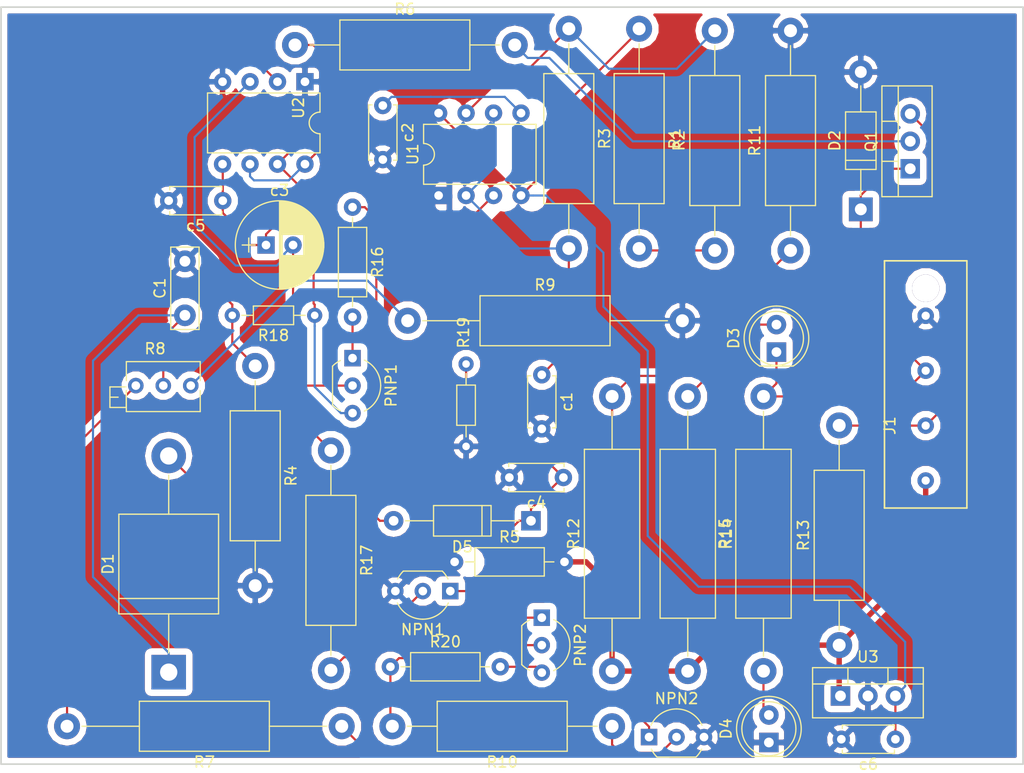
<source format=kicad_pcb>
(kicad_pcb (version 4) (host pcbnew 4.0.6)
  (title_block (title "Sprieguma regulators") (date 2017-06-16) (company "Ventspils augstskola") (comment 1 "Agris Bērziņš") (comment 2 "PCB_CAD kurss"))
  (layers (0 F.Cu signal) (31 B.Cu signal) (34 B.Paste user) (35 F.Paste user) (36 B.SilkS user hide) (37 F.SilkS user) (38 B.Mask user hide) (39 F.Mask user hide) (44 Edge.Cuts user hide))
  (net 0 "")
  (net 1 "Net-(R3-Pad2)")
  (net 2 GND)
  (net 3 "Net-(C1-Pad1)")
  (net 4 "Net-(U1-Pad5)")
  (net 5 "Net-(PNP1-Pad3)")
  (net 6 "Net-(PNP1-Pad2)")
  (net 7 "Net-(D5-Pad1)")
  (net 8 "Net-(D1-Pad2)")
  (net 9 "Net-(D2-Pad1)")
  (net 10 "Net-(D3-Pad2)")
  (net 11 "Net-(D4-Pad2)")
  (net 12 +12C)
  (net 13 "Net-(J1-Pad2)")
  (net 14 "Net-(NPN1-Pad2)")
  (net 15 "Net-(NPN2-Pad2)")
  (net 16 "Net-(NPN2-Pad1)")
  (net 17 "Net-(PNP1-Pad1)")
  (net 18 "Net-(PNP2-Pad2)")
  (net 19 "Net-(PNP2-Pad3)")
  (net 20 "Net-(PNP2-Pad1)")
  (net 21 "Net-(Q1-Pad2)")
  (net 22 "Net-(R1-Pad2)")
  (net 23 "Net-(R2-Pad2)")
  (net 24 "Net-(R18-Pad2)")
  (net 25 "Net-(R5-Pad1)")
  (net 26 "Net-(R7-Pad2)")
  (net 27 "Net-(R8-Pad1)")
  (net 28 "Net-(R16-Pad1)")
  (module Resistors_THT:R_Axial_DIN0414_L11.9mm_D4.5mm_P20.32mm_Horizontal (layer F.Cu) (at 183 80.5 90)
    (fp_text reference R11 (at 10.16 -3.31 90) (layer F.SilkS))
    (fp_text value 1K)
    (pad 1 thru_hole circle (at 0 0 90) (size 2.4 2.4) (drill 1.2) (layers *.Cu *.Mask) (net 16 "Net-(NPN2-Pad1)"))
    (pad 2 thru_hole oval (at 20.32 0 90) (size 2.4 2.4) (drill 1.2) (layers *.Cu *.Mask) (net 2 GND))
  )
  (module Potentiometers:Potentiometer_Trimmer_Bourns_3266Z (layer F.Cu) (at 127.54 93)
    (fp_text reference R8 (at -3.3 -3.41) (layer F.SilkS))
    (fp_text value 1K)
    (pad 1 thru_hole circle (at 0 0) (size 1.44 1.44) (drill 0.8) (layers *.Cu *.Mask) (net 27 "Net-(R8-Pad1)"))
    (pad 2 thru_hole circle (at -2.54 0) (size 1.44 1.44) (drill 0.8) (layers *.Cu *.Mask) (net 3 "Net-(C1-Pad1)"))
    (pad 3 thru_hole circle (at -5.08 0) (size 1.44 1.44) (drill 0.8) (layers *.Cu *.Mask) (net 26 "Net-(R7-Pad2)"))
  )
  (module Diodes_THT:D_P600_R-6_P20.00mm_Horizontal (layer F.Cu) (at 125.5 119.5 90)
    (fp_text reference D1 (at 10 -5.61 90) (layer F.SilkS))
    (fp_text value D_Zener)
    (pad 1 thru_hole rect (at 0 0 90) (size 3.2 3.2) (drill 1.6) (layers *.Cu *.Mask) (net 3 "Net-(C1-Pad1)"))
    (pad 2 thru_hole oval (at 20 0 90) (size 3.2 3.2) (drill 1.6) (layers *.Cu *.Mask) (net 8 "Net-(D1-Pad2)"))
  )
  (module TO_SOT_Packages_THT:TO-92_Inline_Wide (layer F.Cu) (at 142.5 90.46 270)
    (fp_text reference PNP1 (at 2.54 -3.56 450) (layer F.SilkS))
    (fp_text value KT361G)
    (pad 2 thru_hole circle (at 2.54 0) (size 1.52 1.52) (drill 0.8) (layers *.Cu *.Mask) (net 6 "Net-(PNP1-Pad2)"))
    (pad 3 thru_hole circle (at 5.08 0) (size 1.52 1.52) (drill 0.8) (layers *.Cu *.Mask) (net 5 "Net-(PNP1-Pad3)"))
    (pad 1 thru_hole rect (at 0 0) (size 1.52 1.52) (drill 0.8) (layers *.Cu *.Mask) (net 17 "Net-(PNP1-Pad1)"))
  )
  (module Resistors_THT:R_Axial_DIN0414_L11.9mm_D4.5mm_P20.32mm_Horizontal (layer F.Cu) (at 133.5 91.18 270)
    (fp_text reference R4 (at 10.16 -3.31 270) (layer F.SilkS))
    (fp_text value 1K)
    (pad 1 thru_hole circle (at 0 0 270) (size 2.4 2.4) (drill 1.2) (layers *.Cu *.Mask) (net 24 "Net-(R18-Pad2)"))
    (pad 2 thru_hole oval (at 20.32 0 270) (size 2.4 2.4) (drill 1.2) (layers *.Cu *.Mask) (net 2 GND))
  )
  (module Resistors_THT:R_Axial_DIN0414_L11.9mm_D4.5mm_P25.40mm_Horizontal (layer F.Cu) (at 141.5 124.5 180)
    (fp_text reference R7 (at 12.7 -3.31 180) (layer F.SilkS))
    (fp_text value 0,22K)
    (pad 1 thru_hole circle (at 0 0 180) (size 2.4 2.4) (drill 1.2) (layers *.Cu *.Mask) (net 18 "Net-(PNP2-Pad2)"))
    (pad 2 thru_hole oval (at 25.4 0 180) (size 2.4 2.4) (drill 1.2) (layers *.Cu *.Mask) (net 26 "Net-(R7-Pad2)"))
  )
  (module Resistors_THT:R_Axial_DIN0414_L11.9mm_D4.5mm_P20.32mm_Horizontal (layer F.Cu) (at 140.5 99 270)
    (fp_text reference R17 (at 10.16 -3.31 270) (layer F.SilkS))
    (fp_text value 2K)
    (pad 1 thru_hole circle (at 0 0 270) (size 2.4 2.4) (drill 1.2) (layers *.Cu *.Mask) (net 6 "Net-(PNP1-Pad2)"))
    (pad 2 thru_hole oval (at 20.32 0 270) (size 2.4 2.4) (drill 1.2) (layers *.Cu *.Mask) (net 14 "Net-(NPN1-Pad2)"))
  )
  (module Resistors_THT:R_Axial_DIN0414_L11.9mm_D4.5mm_P20.32mm_Horizontal (layer F.Cu) (at 176 80.5 90)
    (fp_text reference R2 (at 10.16 -3.31 90) (layer F.SilkS))
    (fp_text value 47K)
    (pad 1 thru_hole circle (at 0 0 90) (size 2.4 2.4) (drill 1.2) (layers *.Cu *.Mask) (net 22 "Net-(R1-Pad2)"))
    (pad 2 thru_hole oval (at 20.32 0 90) (size 2.4 2.4) (drill 1.2) (layers *.Cu *.Mask) (net 23 "Net-(R2-Pad2)"))
  )
  (module Diodes_THT:D_DO-41_SOD81_P12.70mm_Horizontal (layer F.Cu) (at 189.5 76.7 90)
    (fp_text reference D2 (at 6.35 -2.41 90) (layer F.SilkS))
    (fp_text value 1N4007)
    (pad 1 thru_hole rect (at 0 0 90) (size 2.2 2.2) (drill 1.1) (layers *.Cu *.Mask) (net 9 "Net-(D2-Pad1)"))
    (pad 2 thru_hole oval (at 12.7 0 90) (size 2.2 2.2) (drill 1.1) (layers *.Cu *.Mask) (net 2 GND))
  )
  (module Connectors_Harwin:Conector4pin (layer F.Cu) (at 191.69 96.7 90)
    (fp_text reference J1 (at 0 0.5 90) (layer F.SilkS))
    (fp_text value CONN_01X04)
    (pad 1 thru_hole circle (at -5.08 3.81 90) (size 1.524 1.524) (drill 0.762) (layers *.Cu *.Mask) (net 12 +12C))
    (pad 2 thru_hole circle (at 0 3.81 90) (size 1.524 1.524) (drill 0.762) (layers *.Cu *.Mask) (net 13 "Net-(J1-Pad2)"))
    (pad 3 thru_hole circle (at 5.08 3.81 90) (size 1.524 1.524) (drill 0.762) (layers *.Cu *.Mask) (net 9 "Net-(D2-Pad1)"))
    (pad 4 thru_hole circle (at 10.16 3.81 90) (size 1.524 1.524) (drill 0.762) (layers *.Cu *.Mask) (net 2 GND))
    (pad 5 thru_hole circle (at 12.7 3.81 90) (size 2.53 2.53) (drill 2.53) (layers *.Cu))
  )
  (module TO_SOT_Packages_THT:TO-220_Vertical (layer F.Cu) (at 194.072255 72.947651 90)
    (fp_text reference Q1 (at 2.54 -3.62 90) (layer F.SilkS))
    (fp_text value Q_NMOS_SGD)
    (pad 1 thru_hole rect (at 0 0 90) (size 1.8 1.8) (drill 1) (layers *.Cu *.Mask) (net 9 "Net-(D2-Pad1)"))
    (pad 2 thru_hole oval (at 2.54 0 90) (size 1.8 1.8) (drill 1) (layers *.Cu *.Mask) (net 21 "Net-(Q1-Pad2)"))
    (pad 3 thru_hole oval (at 5.08 0 90) (size 1.8 1.8) (drill 1) (layers *.Cu *.Mask) (net 13 "Net-(J1-Pad2)"))
  )
  (module Resistors_THT:R_Axial_DIN0516_L15.5mm_D5.0mm_P25.40mm_Horizontal (layer F.Cu) (at 180.5 119.4 90)
    (fp_text reference R15 (at 12.7 -3.56 90) (layer F.SilkS))
    (fp_text value 4,7K)
    (pad 1 thru_hole circle (at 0 0 90) (size 2.4 2.4) (drill 1.2) (layers *.Cu *.Mask) (net 11 "Net-(D4-Pad2)"))
    (pad 2 thru_hole oval (at 25.4 0 90) (size 2.4 2.4) (drill 1.2) (layers *.Cu *.Mask) (net 9 "Net-(D2-Pad1)"))
  )
  (module Capacitors_THT:C_Disc_D4.7mm_W2.5mm_P5.00mm (layer F.Cu) (at 192.7 125.7 180)
    (fp_text reference c6 (at 2.5 -2.31 180) (layer F.SilkS))
    (fp_text value 0,1uf)
    (pad 1 thru_hole circle (at 0 0 180) (size 1.6 1.6) (drill 0.8) (layers *.Cu *.Mask) (net 5 "Net-(PNP1-Pad3)"))
    (pad 2 thru_hole circle (at 5 0 180) (size 1.6 1.6) (drill 0.8) (layers *.Cu *.Mask) (net 2 GND))
  )
  (module LEDs:LED_D5.0mm (layer F.Cu) (at 181 126 90)
    (fp_text reference D4 (at 1.27 -3.96 90) (layer F.SilkS))
    (fp_text value LED_ALT)
    (pad 1 thru_hole rect (at 0 0 90) (size 1.8 1.8) (drill 0.9) (layers *.Cu *.Mask) (net 2 GND))
    (pad 2 thru_hole circle (at 2.54 0 90) (size 1.8 1.8) (drill 0.9) (layers *.Cu *.Mask) (net 11 "Net-(D4-Pad2)"))
  )
  (module Resistors_THT:R_Axial_DIN0516_L15.5mm_D5.0mm_P25.40mm_Horizontal (layer F.Cu) (at 166.5 119.4 90)
    (fp_text reference R12 (at 12.7 -3.56 90) (layer F.SilkS))
    (fp_text value 4,7K)
    (pad 1 thru_hole circle (at 0 0 90) (size 2.4 2.4) (drill 1.2) (layers *.Cu *.Mask) (net 12 +12C))
    (pad 2 thru_hole oval (at 25.4 0 90) (size 2.4 2.4) (drill 1.2) (layers *.Cu *.Mask) (net 16 "Net-(NPN2-Pad1)"))
  )
  (module TO_SOT_Packages_THT:TO-92_Inline_Wide (layer F.Cu) (at 169.92 125.5)
    (fp_text reference NPN2 (at 2.54 -3.56 180) (layer F.SilkS))
    (fp_text value KT315G)
    (pad 2 thru_hole circle (at 2.54 0 90) (size 1.52 1.52) (drill 0.8) (layers *.Cu *.Mask) (net 15 "Net-(NPN2-Pad2)"))
    (pad 3 thru_hole circle (at 5.08 0 90) (size 1.52 1.52) (drill 0.8) (layers *.Cu *.Mask) (net 2 GND))
    (pad 1 thru_hole rect (at 0 0 90) (size 1.52 1.52) (drill 0.8) (layers *.Cu *.Mask) (net 16 "Net-(NPN2-Pad1)"))
  )
  (module Resistors_THT:R_Axial_DIN0516_L15.5mm_D5.0mm_P25.40mm_Horizontal (layer F.Cu) (at 173.5 94 270)
    (fp_text reference R14 (at 12.7 -3.56 270) (layer F.SilkS))
    (fp_text value 4,7K)
    (pad 1 thru_hole circle (at 0 0 270) (size 2.4 2.4) (drill 1.2) (layers *.Cu *.Mask) (net 10 "Net-(D3-Pad2)"))
    (pad 2 thru_hole oval (at 25.4 0 270) (size 2.4 2.4) (drill 1.2) (layers *.Cu *.Mask) (net 12 +12C))
  )
  (module Resistors_THT:R_Axial_DIN0414_L11.9mm_D4.5mm_P20.32mm_Horizontal (layer F.Cu) (at 187.5 117 90)
    (fp_text reference R13 (at 10.16 -3.31 90) (layer F.SilkS))
    (fp_text value 47K)
    (pad 1 thru_hole circle (at 0 0 90) (size 2.4 2.4) (drill 1.2) (layers *.Cu *.Mask) (net 12 +12C))
    (pad 2 thru_hole oval (at 20.32 0 90) (size 2.4 2.4) (drill 1.2) (layers *.Cu *.Mask) (net 13 "Net-(J1-Pad2)"))
  )
  (module TO_SOT_Packages_THT:TO-220_Vertical (layer F.Cu) (at 187.62 121.7)
    (fp_text reference U3 (at 2.54 -3.62) (layer F.SilkS))
    (fp_text value LM7809ACT)
    (pad 1 thru_hole rect (at 0 0) (size 1.8 1.8) (drill 1) (layers *.Cu *.Mask) (net 12 +12C))
    (pad 2 thru_hole oval (at 2.54 0) (size 1.8 1.8) (drill 1) (layers *.Cu *.Mask) (net 2 GND))
    (pad 3 thru_hole oval (at 5.08 0) (size 1.8 1.8) (drill 1) (layers *.Cu *.Mask) (net 5 "Net-(PNP1-Pad3)"))
  )
  (module Resistors_THT:R_Axial_DIN0204_L3.6mm_D1.6mm_P7.62mm_Horizontal (layer F.Cu) (at 139 86.5 180)
    (fp_text reference R18 (at 3.81 -1.86 180) (layer F.SilkS))
    (fp_text value 8,2K)
    (pad 1 thru_hole circle (at 0 0 180) (size 1.4 1.4) (drill 0.7) (layers *.Cu *.Mask) (net 5 "Net-(PNP1-Pad3)"))
    (pad 2 thru_hole oval (at 7.62 0 180) (size 1.4 1.4) (drill 0.7) (layers *.Cu *.Mask) (net 24 "Net-(R18-Pad2)"))
  )
  (module Capacitors_THT:C_Disc_D7.5mm_W2.5mm_P5.00mm (layer F.Cu) (at 127 86.5 90)
    (fp_text reference C1 (at 2.5 -2.31 90) (layer F.SilkS))
    (fp_text value 0,47)
    (pad 1 thru_hole circle (at 0 0 90) (size 2 2) (drill 1) (layers *.Cu *.Mask) (net 3 "Net-(C1-Pad1)"))
    (pad 2 thru_hole circle (at 5 0 90) (size 2 2) (drill 1) (layers *.Cu *.Mask) (net 2 GND))
  )
  (module Capacitors_THT:C_Disc_D5.0mm_W2.5mm_P5.00mm (layer F.Cu) (at 145.3 67.1 270)
    (fp_text reference c2 (at 2.5 -2.31 270) (layer F.SilkS))
    (fp_text value 10uf)
    (pad 1 thru_hole circle (at 0 0 270) (size 1.6 1.6) (drill 0.8) (layers *.Cu *.Mask) (net 4 "Net-(U1-Pad5)"))
    (pad 2 thru_hole circle (at 5 0 270) (size 1.6 1.6) (drill 0.8) (layers *.Cu *.Mask) (net 2 GND))
  )
  (module Capacitors_THT:CP_Radial_D8.0mm_P2.50mm (layer F.Cu) (at 134.5 80)
    (fp_text reference c3 (at 1.25 -5.06) (layer F.SilkS))
    (fp_text value 10uF)
    (pad 1 thru_hole rect (at 0 0) (size 1.6 1.6) (drill 0.8) (layers *.Cu *.Mask) (net 5 "Net-(PNP1-Pad3)"))
    (pad 2 thru_hole circle (at 2.5 0) (size 1.6 1.6) (drill 0.8) (layers *.Cu *.Mask) (net 6 "Net-(PNP1-Pad2)"))
  )
  (module Capacitors_THT:C_Disc_D4.7mm_W2.5mm_P5.00mm (layer F.Cu) (at 130.5 75.9 180)
    (fp_text reference c5 (at 2.5 -2.31 180) (layer F.SilkS))
    (fp_text value 0,1uf)
    (pad 1 thru_hole circle (at 0 0 180) (size 1.6 1.6) (drill 0.8) (layers *.Cu *.Mask) (net 5 "Net-(PNP1-Pad3)"))
    (pad 2 thru_hole circle (at 5 0 180) (size 1.6 1.6) (drill 0.8) (layers *.Cu *.Mask) (net 2 GND))
  )
  (module Resistors_THT:R_Axial_DIN0414_L11.9mm_D4.5mm_P20.32mm_Horizontal (layer F.Cu) (at 137.18 61.5)
    (fp_text reference R6 (at 10.16 -3.31) (layer F.SilkS))
    (fp_text value 1K)
    (pad 1 thru_hole circle (at 0 0) (size 2.4 2.4) (drill 1.2) (layers *.Cu *.Mask) (net 25 "Net-(R5-Pad1)"))
    (pad 2 thru_hole oval (at 20.32 0) (size 2.4 2.4) (drill 1.2) (layers *.Cu *.Mask) (net 21 "Net-(Q1-Pad2)"))
  )
  (module Resistors_THT:R_Axial_DIN0207_L6.3mm_D2.5mm_P10.16mm_Horizontal (layer F.Cu) (at 142.5 76.5 270)
    (fp_text reference R16 (at 5.08 -2.31 270) (layer F.SilkS))
    (fp_text value 10K)
    (pad 1 thru_hole circle (at 0 0 270) (size 1.6 1.6) (drill 0.8) (layers *.Cu *.Mask) (net 28 "Net-(R16-Pad1)"))
    (pad 2 thru_hole oval (at 10.16 0 270) (size 1.6 1.6) (drill 0.8) (layers *.Cu *.Mask) (net 17 "Net-(PNP1-Pad1)"))
  )
  (module Housings_DIP:DIP-8_W7.62mm (layer F.Cu) (at 138.1 64.9 270)
    (fp_text reference U2 (at 2.42 0.6 270) (layer F.SilkS))
    (fp_text value LM311N)
    (pad 1 thru_hole rect (at 0 0 270) (size 1.6 1.6) (drill 0.8) (layers *.Cu *.Mask) (net 2 GND))
    (pad 5 thru_hole oval (at 7.62 7.62 270) (size 1.6 1.6) (drill 0.8) (layers *.Cu *.Mask) (net 5 "Net-(PNP1-Pad3)"))
    (pad 2 thru_hole oval (at 0 2.54 270) (size 1.6 1.6) (drill 0.8) (layers *.Cu *.Mask) (net 24 "Net-(R18-Pad2)"))
    (pad 6 thru_hole oval (at 7.62 5.08 270) (size 1.6 1.6) (drill 0.8) (layers *.Cu *.Mask) (net 5 "Net-(PNP1-Pad3)"))
    (pad 3 thru_hole oval (at 0 5.08 270) (size 1.6 1.6) (drill 0.8) (layers *.Cu *.Mask) (net 6 "Net-(PNP1-Pad2)"))
    (pad 7 thru_hole oval (at 7.62 2.54 270) (size 1.6 1.6) (drill 0.8) (layers *.Cu *.Mask) (net 25 "Net-(R5-Pad1)"))
    (pad 4 thru_hole oval (at 0 7.62 270) (size 1.6 1.6) (drill 0.8) (layers *.Cu *.Mask) (net 2 GND))
    (pad 8 thru_hole oval (at 7.62 0 270) (size 1.6 1.6) (drill 0.8) (layers *.Cu *.Mask) (net 5 "Net-(PNP1-Pad3)"))
  )
  (module Resistors_THT:R_Axial_DIN0204_L3.6mm_D1.6mm_P7.62mm_Horizontal (layer F.Cu) (at 153 91 270)
    (fp_text reference R19 (at -2.89814 0.23876 270) (layer F.SilkS))
    (fp_text value 0,240K)
    (pad 1 thru_hole circle (at 0 0 270) (size 1.4 1.4) (drill 0.7) (layers *.Cu *.Mask) (net 7 "Net-(D5-Pad1)"))
    (pad 2 thru_hole oval (at 7.62 0 270) (size 1.4 1.4) (drill 0.7) (layers *.Cu *.Mask) (net 2 GND))
  )
  (module Capacitors_THT:C_Disc_D4.7mm_W2.5mm_P5.00mm (layer F.Cu) (at 160 92 270)
    (fp_text reference c1 (at 2.5 -2.31 270) (layer F.SilkS))
    (fp_text value 0,1uf)
    (pad 1 thru_hole circle (at 0 0 270) (size 1.6 1.6) (drill 0.8) (layers *.Cu *.Mask) (net 1 "Net-(R3-Pad2)"))
    (pad 2 thru_hole circle (at 5 0 270) (size 1.6 1.6) (drill 0.8) (layers *.Cu *.Mask) (net 2 GND))
  )
  (module Resistors_THT:R_Axial_DIN0414_L11.9mm_D4.5mm_P20.32mm_Horizontal (layer F.Cu) (at 169 60 270)
    (fp_text reference R1 (at 10.16 -3.31 270) (layer F.SilkS))
    (fp_text value 15K)
    (pad 1 thru_hole circle (at 0 0 270) (size 2.4 2.4) (drill 1.2) (layers *.Cu *.Mask) (net 5 "Net-(PNP1-Pad3)"))
    (pad 2 thru_hole oval (at 20.32 0 270) (size 2.4 2.4) (drill 1.2) (layers *.Cu *.Mask) (net 22 "Net-(R1-Pad2)"))
  )
  (module Resistors_THT:R_Axial_DIN0414_L11.9mm_D4.5mm_P25.40mm_Horizontal (layer F.Cu) (at 147.6 87)
    (fp_text reference R9 (at 12.7 -3.31) (layer F.SilkS))
    (fp_text value 0,22K)
    (pad 1 thru_hole circle (at 0 0) (size 2.4 2.4) (drill 1.2) (layers *.Cu *.Mask) (net 27 "Net-(R8-Pad1)"))
    (pad 2 thru_hole oval (at 25.4 0) (size 2.4 2.4) (drill 1.2) (layers *.Cu *.Mask) (net 2 GND))
  )
  (module Resistors_THT:R_Axial_DIN0414_L11.9mm_D4.5mm_P20.32mm_Horizontal (layer F.Cu) (at 162.5 60 270)
    (fp_text reference R3 (at 10.16 -3.31 270) (layer F.SilkS))
    (fp_text value 1K)
    (pad 1 thru_hole circle (at 0 0 270) (size 2.4 2.4) (drill 1.2) (layers *.Cu *.Mask) (net 23 "Net-(R2-Pad2)"))
    (pad 2 thru_hole oval (at 20.32 0 270) (size 2.4 2.4) (drill 1.2) (layers *.Cu *.Mask) (net 1 "Net-(R3-Pad2)"))
  )
  (module Housings_DIP:DIP-8_W7.62mm (layer F.Cu) (at 150.46 75.42 90)
    (fp_text reference U1 (at 3.81 -2.39 90) (layer F.SilkS))
    (fp_text value LM555N)
    (pad 1 thru_hole rect (at 0 0 90) (size 1.6 1.6) (drill 0.8) (layers *.Cu *.Mask) (net 2 GND))
    (pad 5 thru_hole oval (at 7.62 7.62 90) (size 1.6 1.6) (drill 0.8) (layers *.Cu *.Mask) (net 4 "Net-(U1-Pad5)"))
    (pad 2 thru_hole oval (at 0 2.54 90) (size 1.6 1.6) (drill 0.8) (layers *.Cu *.Mask) (net 1 "Net-(R3-Pad2)"))
    (pad 6 thru_hole oval (at 7.62 5.08 90) (size 1.6 1.6) (drill 0.8) (layers *.Cu *.Mask) (net 1 "Net-(R3-Pad2)"))
    (pad 3 thru_hole oval (at 0 5.08 90) (size 1.6 1.6) (drill 0.8) (layers *.Cu *.Mask) (net 28 "Net-(R16-Pad1)"))
    (pad 7 thru_hole oval (at 7.62 2.54 90) (size 1.6 1.6) (drill 0.8) (layers *.Cu *.Mask) (net 23 "Net-(R2-Pad2)"))
    (pad 4 thru_hole oval (at 0 7.62 90) (size 1.6 1.6) (drill 0.8) (layers *.Cu *.Mask) (net 5 "Net-(PNP1-Pad3)"))
    (pad 8 thru_hole oval (at 7.62 0 90) (size 1.6 1.6) (drill 0.8) (layers *.Cu *.Mask) (net 5 "Net-(PNP1-Pad3)"))
  )
  (module Capacitors_THT:C_Disc_D5.0mm_W2.5mm_P5.00mm (layer F.Cu) (at 162 101.5 180)
    (fp_text reference c4 (at 2.5 -2.31 180) (layer F.SilkS))
    (fp_text value 0,22uF)
    (pad 1 thru_hole circle (at 0 0 180) (size 1.6 1.6) (drill 0.8) (layers *.Cu *.Mask) (net 7 "Net-(D5-Pad1)"))
    (pad 2 thru_hole circle (at 5 0 180) (size 1.6 1.6) (drill 0.8) (layers *.Cu *.Mask) (net 2 GND))
  )
  (module Diodes_THT:D_A-405_P12.70mm_Horizontal (layer F.Cu) (at 159 105.5 180)
    (fp_text reference D5 (at 6.35 -2.41 180) (layer F.SilkS))
    (fp_text value D223)
    (pad 1 thru_hole rect (at 0 0 180) (size 1.8 1.8) (drill 0.9) (layers *.Cu *.Mask) (net 7 "Net-(D5-Pad1)"))
    (pad 2 thru_hole oval (at 12.7 0 180) (size 1.8 1.8) (drill 0.9) (layers *.Cu *.Mask) (net 8 "Net-(D1-Pad2)"))
  )
  (module TO_SOT_Packages_THT:TO-92_Inline_Wide (layer F.Cu) (at 160 114.46 270)
    (fp_text reference PNP2 (at 2.54 -3.56 450) (layer F.SilkS))
    (fp_text value KT209)
    (pad 2 thru_hole circle (at 2.54 0) (size 1.52 1.52) (drill 0.8) (layers *.Cu *.Mask) (net 18 "Net-(PNP2-Pad2)"))
    (pad 3 thru_hole circle (at 5.08 0) (size 1.52 1.52) (drill 0.8) (layers *.Cu *.Mask) (net 19 "Net-(PNP2-Pad3)"))
    (pad 1 thru_hole rect (at 0 0) (size 1.52 1.52) (drill 0.8) (layers *.Cu *.Mask) (net 20 "Net-(PNP2-Pad1)"))
  )
  (module Resistors_THT:R_Axial_DIN0207_L6.3mm_D2.5mm_P10.16mm_Horizontal (layer F.Cu) (at 151.94 109.3)
    (fp_text reference R5 (at 5.08 -2.31) (layer F.SilkS))
    (fp_text value 3,3K)
    (pad 1 thru_hole circle (at 0 0) (size 1.6 1.6) (drill 0.8) (layers *.Cu *.Mask) (net 25 "Net-(R5-Pad1)"))
    (pad 2 thru_hole oval (at 10.16 0) (size 1.6 1.6) (drill 0.8) (layers *.Cu *.Mask) (net 12 +12C))
  )
  (module TO_SOT_Packages_THT:TO-92_Inline_Wide (layer F.Cu) (at 151.54 112 180)
    (fp_text reference NPN1 (at 2.54 -3.56 360) (layer F.SilkS))
    (fp_text value KT315G)
    (pad 2 thru_hole circle (at 2.54 0 270) (size 1.52 1.52) (drill 0.8) (layers *.Cu *.Mask) (net 14 "Net-(NPN1-Pad2)"))
    (pad 3 thru_hole circle (at 5.08 0 270) (size 1.52 1.52) (drill 0.8) (layers *.Cu *.Mask) (net 2 GND))
    (pad 1 thru_hole rect (at 0 0 270) (size 1.52 1.52) (drill 0.8) (layers *.Cu *.Mask) (net 7 "Net-(D5-Pad1)"))
  )
  (module Resistors_THT:R_Axial_DIN0414_L11.9mm_D4.5mm_P20.32mm_Horizontal (layer F.Cu) (at 166.5 124.5 180)
    (fp_text reference R10 (at 10.16 -3.31 180) (layer F.SilkS))
    (fp_text value 1K)
    (pad 1 thru_hole circle (at 0 0 180) (size 2.4 2.4) (drill 1.2) (layers *.Cu *.Mask) (net 15 "Net-(NPN2-Pad2)"))
    (pad 2 thru_hole oval (at 20.32 0 180) (size 2.4 2.4) (drill 1.2) (layers *.Cu *.Mask) (net 20 "Net-(PNP2-Pad1)"))
  )
  (module Resistors_THT:R_Axial_DIN0207_L6.3mm_D2.5mm_P10.16mm_Horizontal (layer F.Cu) (at 146 119)
    (fp_text reference R20 (at 5.08 -2.31) (layer F.SilkS))
    (fp_text value 1K)
    (pad 1 thru_hole circle (at 0 0) (size 1.6 1.6) (drill 0.8) (layers *.Cu *.Mask) (net 20 "Net-(PNP2-Pad1)"))
    (pad 2 thru_hole oval (at 10.16 0) (size 1.6 1.6) (drill 0.8) (layers *.Cu *.Mask) (net 19 "Net-(PNP2-Pad3)"))
  )
  (module LEDs:LED_D5.0mm (layer F.Cu) (at 181.7 89.9 90)
    (fp_text reference D3 (at 1.27 -3.96 90) (layer F.SilkS))
    (fp_text value LED_ALT)
    (pad 1 thru_hole rect (at 0 0 90) (size 1.8 1.8) (drill 0.9) (layers *.Cu *.Mask) (net 9 "Net-(D2-Pad1)"))
    (pad 2 thru_hole circle (at 2.54 0 90) (size 1.8 1.8) (drill 0.9) (layers *.Cu *.Mask) (net 10 "Net-(D3-Pad2)"))
  )
  (gr_line (start 110 128) (end 204.5 128) (layer Edge.Cuts) (width 0.15))
  (gr_line (start 110 58) (end 204.5 58) (layer Edge.Cuts) (width 0.15))
  (gr_line (start 110 128) (end 110 58) (layer Edge.Cuts) (width 0.15))
  (gr_line (start 204.5 128) (end 204.5 58) (layer Edge.Cuts) (width 0.15))
  (segment (start 153 75.42) (end 155.54 72.88) (width 0.2) (layer B.Cu) (net 1))
  (segment (start 155.54 72.88) (end 155.54 67.8) (width 0.2) (layer B.Cu) (net 1))
  (segment (start 162.5 80.32) (end 157.9 80.32) (width 0.2) (layer B.Cu) (net 1))
  (segment (start 157.9 80.32) (end 153 75.42) (width 0.2) (layer B.Cu) (net 1))
  (segment (start 162.5 80.32) (end 162.5 89.5) (width 0.2) (layer F.Cu) (net 1))
  (segment (start 162.5 89.5) (end 160 92) (width 0.2) (layer F.Cu) (net 1))
  (segment (start 190.16 123.24) (end 190.16 121.7) (width 0.5) (layer F.Cu) (net 2))
  (segment (start 195.04 87) (end 195.5 86.54) (width 0.5) (layer B.Cu) (net 2))
  (segment (start 125 93) (end 125 88.5) (width 0.2) (layer F.Cu) (net 3))
  (segment (start 125 88.5) (end 127 86.5) (width 0.2) (layer F.Cu) (net 3))
  (segment (start 118.5 90.7) (end 122.7 86.5) (width 0.2) (layer B.Cu) (net 3))
  (segment (start 122.7 86.5) (end 127 86.5) (width 0.2) (layer B.Cu) (net 3))
  (segment (start 118.5 110.7) (end 118.5 90.7) (width 0.2) (layer B.Cu) (net 3))
  (segment (start 125.5 119.5) (end 125.5 117.7) (width 0.2) (layer B.Cu) (net 3))
  (segment (start 125.5 117.7) (end 118.5 110.7) (width 0.2) (layer B.Cu) (net 3))
  (segment (start 146.099999 66.300001) (end 149.739997 66.300001) (width 0.2) (layer B.Cu) (net 4))
  (segment (start 149.739997 66.300001) (end 149.739999 66.299999) (width 0.2) (layer B.Cu) (net 4))
  (segment (start 149.739999 66.299999) (end 156.579999 66.299999) (width 0.2) (layer B.Cu) (net 4))
  (segment (start 156.579999 66.299999) (end 157.280001 67.000001) (width 0.2) (layer B.Cu) (net 4))
  (segment (start 157.280001 67.000001) (end 158.08 67.8) (width 0.2) (layer B.Cu) (net 4))
  (segment (start 145.3 67.1) (end 146.099999 66.300001) (width 0.2) (layer B.Cu) (net 4))
  (segment (start 165.7 85.7) (end 165.7 80.707998) (width 0.2) (layer B.Cu) (net 5))
  (segment (start 165.7 80.707998) (end 160.412002 75.42) (width 0.2) (layer B.Cu) (net 5))
  (segment (start 160.412002 75.42) (end 159.21137 75.42) (width 0.2) (layer B.Cu) (net 5))
  (segment (start 159.21137 75.42) (end 158.08 75.42) (width 0.2) (layer B.Cu) (net 5))
  (segment (start 162.7 66.48) (end 162.7 70.8) (width 0.2) (layer F.Cu) (net 5))
  (segment (start 162.7 70.8) (end 158.08 75.42) (width 0.2) (layer F.Cu) (net 5))
  (segment (start 150.46 67.8) (end 158.08 75.42) (width 0.2) (layer F.Cu) (net 5))
  (segment (start 192.7 121.7) (end 193.599999 120.800001) (width 0.2) (layer B.Cu) (net 5))
  (segment (start 193.599999 120.800001) (end 193.599999 116.699999) (width 0.2) (layer B.Cu) (net 5))
  (segment (start 193.599999 116.699999) (end 188.5 111.6) (width 0.2) (layer B.Cu) (net 5))
  (segment (start 188.5 111.6) (end 174.5 111.6) (width 0.2) (layer B.Cu) (net 5))
  (segment (start 174.5 111.6) (end 169.8 106.9) (width 0.2) (layer B.Cu) (net 5))
  (segment (start 169.8 106.9) (end 169.8 89.8) (width 0.2) (layer B.Cu) (net 5))
  (segment (start 169.8 89.8) (end 165.7 85.7) (width 0.2) (layer B.Cu) (net 5))
  (segment (start 133.02 72.52) (end 133.02 73.65137) (width 0.2) (layer B.Cu) (net 5))
  (segment (start 133.02 73.65137) (end 133.388631 74.020001) (width 0.2) (layer B.Cu) (net 5))
  (segment (start 133.388631 74.020001) (end 136.599999 74.020001) (width 0.2) (layer B.Cu) (net 5))
  (segment (start 136.599999 74.020001) (end 137.300001 73.319999) (width 0.2) (layer B.Cu) (net 5))
  (segment (start 137.300001 73.319999) (end 138.1 72.52) (width 0.2) (layer B.Cu) (net 5))
  (segment (start 131.5 79.1) (end 132.4 80) (width 0.2) (layer F.Cu) (net 5))
  (segment (start 132.4 80) (end 134.5 80) (width 0.2) (layer F.Cu) (net 5))
  (segment (start 131.5 78.03137) (end 131.5 79.1) (width 0.2) (layer F.Cu) (net 5))
  (segment (start 130.5 75.9) (end 130.5 77.03137) (width 0.2) (layer F.Cu) (net 5))
  (segment (start 130.5 77.03137) (end 131.5 78.03137) (width 0.2) (layer F.Cu) (net 5))
  (segment (start 130.5 75.9) (end 130.5 72.54) (width 0.2) (layer F.Cu) (net 5))
  (segment (start 130.5 72.54) (end 130.48 72.52) (width 0.2) (layer F.Cu) (net 5))
  (segment (start 134.5 80) (end 134.5 79) (width 0.2) (layer F.Cu) (net 5))
  (segment (start 148.30863 69.9) (end 140.72 69.9) (width 0.2) (layer F.Cu) (net 5))
  (segment (start 140.72 69.9) (end 138.1 72.52) (width 0.2) (layer F.Cu) (net 5))
  (segment (start 150.32863 67.88) (end 148.30863 69.9) (width 0.2) (layer F.Cu) (net 5))
  (segment (start 169 60.18) (end 162.7 66.48) (width 0.2) (layer F.Cu) (net 5))
  (segment (start 137.7 77.9) (end 135.6 77.9) (width 0.2) (layer F.Cu) (net 5))
  (segment (start 135.6 77.9) (end 134.5 79) (width 0.2) (layer F.Cu) (net 5))
  (segment (start 138.9 79.1) (end 137.7 77.9) (width 0.2) (layer F.Cu) (net 5))
  (segment (start 138.9 85.410051) (end 138.9 79.1) (width 0.2) (layer F.Cu) (net 5))
  (segment (start 139 86.5) (end 139 85.510051) (width 0.2) (layer F.Cu) (net 5))
  (segment (start 139 85.510051) (end 138.9 85.410051) (width 0.2) (layer F.Cu) (net 5))
  (segment (start 142.5 95.54) (end 141.425198 95.54) (width 0.2) (layer B.Cu) (net 5))
  (segment (start 141.425198 95.54) (end 139 93.114802) (width 0.2) (layer B.Cu) (net 5))
  (segment (start 139 93.114802) (end 139 87.489949) (width 0.2) (layer B.Cu) (net 5))
  (segment (start 139 87.489949) (end 139 86.5) (width 0.2) (layer B.Cu) (net 5))
  (segment (start 192.7 121.7) (end 192.7 122.972792) (width 0.2) (layer F.Cu) (net 5))
  (segment (start 192.7 122.972792) (end 192.7 125.7) (width 0.2) (layer F.Cu) (net 5))
  (segment (start 135.5 81.9) (end 136.200001 81.199999) (width 0.2) (layer B.Cu) (net 6))
  (segment (start 136.200001 81.199999) (end 136.200001 80.799999) (width 0.2) (layer B.Cu) (net 6))
  (segment (start 136.200001 80.799999) (end 137 80) (width 0.2) (layer B.Cu) (net 6))
  (segment (start 131.7 81.9) (end 135.5 81.9) (width 0.2) (layer B.Cu) (net 6))
  (segment (start 127.9 78.1) (end 131.7 81.9) (width 0.2) (layer B.Cu) (net 6))
  (segment (start 127.9 70.02) (end 127.9 78.1) (width 0.2) (layer B.Cu) (net 6))
  (segment (start 133.02 64.9) (end 127.9 70.02) (width 0.2) (layer B.Cu) (net 6))
  (segment (start 137 80) (end 137 92) (width 0.2) (layer F.Cu) (net 6))
  (segment (start 137 92) (end 138.1 93.1) (width 0.2) (layer F.Cu) (net 6))
  (segment (start 138.1 93.1) (end 138.1 96.6) (width 0.2) (layer F.Cu) (net 6))
  (segment (start 138.1 96.6) (end 140.5 99) (width 0.2) (layer F.Cu) (net 6))
  (segment (start 138.2 93) (end 138.1 93.1) (width 0.2) (layer F.Cu) (net 6))
  (segment (start 142.5 93) (end 138.2 93) (width 0.2) (layer F.Cu) (net 6))
  (segment (start 151.54 112) (end 155.1 112) (width 0.2) (layer F.Cu) (net 7))
  (segment (start 155.1 112) (end 155.1 111.968616) (width 0.2) (layer F.Cu) (net 7))
  (segment (start 155.1 111.968616) (end 157.1 109.968616) (width 0.2) (layer F.Cu) (net 7))
  (segment (start 157.1 109.968616) (end 157.1 106.3) (width 0.2) (layer F.Cu) (net 7))
  (segment (start 157.9 105.5) (end 159 105.5) (width 0.2) (layer F.Cu) (net 7))
  (segment (start 157.1 106.3) (end 157.9 105.5) (width 0.2) (layer F.Cu) (net 7))
  (segment (start 162 101.5) (end 153 92.5) (width 0.2) (layer F.Cu) (net 7))
  (segment (start 153 92.5) (end 153 91) (width 0.2) (layer F.Cu) (net 7))
  (segment (start 159 105.5) (end 159 104.4) (width 0.2) (layer F.Cu) (net 7))
  (segment (start 159 104.4) (end 161.9 101.5) (width 0.2) (layer F.Cu) (net 7))
  (segment (start 161.9 101.5) (end 162 101.5) (width 0.2) (layer F.Cu) (net 7))
  (segment (start 141.027208 101.5) (end 127.5 101.5) (width 0.2) (layer F.Cu) (net 8))
  (segment (start 127.5 101.5) (end 125.5 99.5) (width 0.2) (layer F.Cu) (net 8))
  (segment (start 146.3 105.5) (end 145.027208 105.5) (width 0.2) (layer F.Cu) (net 8))
  (segment (start 145.027208 105.5) (end 141.027208 101.5) (width 0.2) (layer F.Cu) (net 8))
  (segment (start 181.7 89.9) (end 181.699999 92.800001) (width 0.2) (layer F.Cu) (net 9))
  (segment (start 181.699999 92.800001) (end 180.5 94) (width 0.2) (layer F.Cu) (net 9))
  (segment (start 189.5 76.7) (end 189.5 75.4) (width 0.2) (layer F.Cu) (net 9))
  (segment (start 189.5 75.4) (end 191.952349 72.947651) (width 0.2) (layer F.Cu) (net 9))
  (segment (start 191.952349 72.947651) (end 192.972255 72.947651) (width 0.2) (layer F.Cu) (net 9))
  (segment (start 192.972255 72.947651) (end 194.072255 72.947651) (width 0.2) (layer F.Cu) (net 9))
  (segment (start 195.5 91.62) (end 189.5 85.62) (width 0.2) (layer F.Cu) (net 9))
  (segment (start 189.5 85.62) (end 189.5 76.7) (width 0.2) (layer F.Cu) (net 9))
  (segment (start 180.5 94) (end 193.12 94) (width 0.2) (layer F.Cu) (net 9))
  (segment (start 193.12 94) (end 195.5 91.62) (width 0.2) (layer F.Cu) (net 9))
  (segment (start 173.5 94) (end 180.14 87.36) (width 0.2) (layer F.Cu) (net 10))
  (segment (start 180.14 87.36) (end 181.7 87.36) (width 0.2) (layer F.Cu) (net 10))
  (segment (start 180.5 119.4) (end 180.5 122.96) (width 0.2) (layer F.Cu) (net 11))
  (segment (start 180.5 122.96) (end 181 123.46) (width 0.2) (layer F.Cu) (net 11))
  (segment (start 166.5 111.7) (end 164.1 109.3) (width 0.5) (layer F.Cu) (net 12))
  (segment (start 164.1 109.3) (end 162.1 109.3) (width 0.5) (layer F.Cu) (net 12))
  (segment (start 166.5 119.4) (end 166.5 111.7) (width 0.5) (layer F.Cu) (net 12))
  (segment (start 187.5 117) (end 195.5 109) (width 0.5) (layer F.Cu) (net 12))
  (segment (start 195.5 109) (end 195.5 101.78) (width 0.5) (layer F.Cu) (net 12))
  (segment (start 166.5 119.4) (end 173.5 119.4) (width 0.5) (layer F.Cu) (net 12))
  (segment (start 187.5 117) (end 175.9 117) (width 0.5) (layer F.Cu) (net 12))
  (segment (start 175.9 117) (end 173.5 119.4) (width 0.5) (layer F.Cu) (net 12))
  (segment (start 187.5 117) (end 187.5 121.58) (width 0.5) (layer F.Cu) (net 12))
  (segment (start 187.5 121.58) (end 187.62 121.7) (width 0.5) (layer F.Cu) (net 12))
  (segment (start 187.96 117.46) (end 187.5 117) (width 0.6) (layer F.Cu) (net 12))
  (segment (start 195.5 96.7) (end 198.3 93.9) (width 0.2) (layer F.Cu) (net 13))
  (segment (start 198.3 93.9) (end 198.3 72.095396) (width 0.2) (layer F.Cu) (net 13))
  (segment (start 198.3 72.095396) (end 194.972254 68.76765) (width 0.2) (layer F.Cu) (net 13))
  (segment (start 194.972254 68.76765) (end 194.072255 67.867651) (width 0.2) (layer F.Cu) (net 13))
  (segment (start 195.5 96.7) (end 187.52 96.7) (width 0.2) (layer F.Cu) (net 13))
  (segment (start 187.52 96.7) (end 187.5 96.68) (width 0.2) (layer F.Cu) (net 13))
  (segment (start 140.5 119.32) (end 141.699999 118.120001) (width 0.2) (layer F.Cu) (net 14))
  (segment (start 141.699999 118.120001) (end 142.879999 118.120001) (width 0.2) (layer F.Cu) (net 14))
  (segment (start 142.879999 118.120001) (end 148.240001 112.759999) (width 0.2) (layer F.Cu) (net 14))
  (segment (start 148.240001 112.759999) (end 149 112) (width 0.2) (layer F.Cu) (net 14))
  (segment (start 172.46 125.5) (end 170.999999 126.960001) (width 0.2) (layer F.Cu) (net 15))
  (segment (start 170.999999 126.960001) (end 167.262945 126.960001) (width 0.2) (layer F.Cu) (net 15))
  (segment (start 167.262945 126.960001) (end 166.5 126.197056) (width 0.2) (layer F.Cu) (net 15))
  (segment (start 166.5 126.197056) (end 166.5 124.5) (width 0.2) (layer F.Cu) (net 15))
  (segment (start 166.5 94) (end 168.400001 92.099999) (width 0.2) (layer F.Cu) (net 16))
  (segment (start 168.400001 92.099999) (end 171.400001 92.099999) (width 0.2) (layer F.Cu) (net 16))
  (segment (start 171.400001 92.099999) (end 181.800001 81.699999) (width 0.2) (layer F.Cu) (net 16))
  (segment (start 181.800001 81.699999) (end 183 80.5) (width 0.2) (layer F.Cu) (net 16))
  (segment (start 160.7 108.7) (end 166.5 102.9) (width 0.2) (layer F.Cu) (net 16))
  (segment (start 166.5 102.9) (end 166.5 94) (width 0.2) (layer F.Cu) (net 16))
  (segment (start 159.5 108.7) (end 160.7 108.7) (width 0.2) (layer F.Cu) (net 16))
  (segment (start 158.3 109.9) (end 159.5 108.7) (width 0.2) (layer F.Cu) (net 16))
  (segment (start 158.3 110.5) (end 158.3 109.9) (width 0.2) (layer F.Cu) (net 16))
  (segment (start 159.9 112.1) (end 158.3 110.5) (width 0.2) (layer F.Cu) (net 16))
  (segment (start 160.5 112.1) (end 159.9 112.1) (width 0.2) (layer F.Cu) (net 16))
  (segment (start 163.9 115.5) (end 160.5 112.1) (width 0.2) (layer F.Cu) (net 16))
  (segment (start 163.9 119.612002) (end 163.9 115.5) (width 0.2) (layer F.Cu) (net 16))
  (segment (start 166.88 121.5) (end 165.787998 121.5) (width 0.2) (layer F.Cu) (net 16))
  (segment (start 165.787998 121.5) (end 163.9 119.612002) (width 0.2) (layer F.Cu) (net 16))
  (segment (start 169.92 125.5) (end 169.92 124.54) (width 0.2) (layer F.Cu) (net 16))
  (segment (start 169.92 124.54) (end 166.88 121.5) (width 0.2) (layer F.Cu) (net 16))
  (segment (start 142.5 86.66) (end 142.5 87.79137) (width 0.2) (layer F.Cu) (net 17))
  (segment (start 142.5 87.79137) (end 142.5 90.46) (width 0.2) (layer F.Cu) (net 17))
  (segment (start 160 117) (end 155.939998 117) (width 0.2) (layer F.Cu) (net 18))
  (segment (start 155.939998 117) (end 150.1 122.839998) (width 0.2) (layer F.Cu) (net 18))
  (segment (start 150.1 122.839998) (end 150.1 125.1) (width 0.2) (layer F.Cu) (net 18))
  (segment (start 150.1 125.1) (end 148.3 126.9) (width 0.2) (layer F.Cu) (net 18))
  (segment (start 148.3 126.9) (end 143.9 126.9) (width 0.2) (layer F.Cu) (net 18))
  (segment (start 143.9 126.9) (end 141.5 124.5) (width 0.2) (layer F.Cu) (net 18))
  (segment (start 156.16 119) (end 159.46 119) (width 0.2) (layer F.Cu) (net 19))
  (segment (start 159.46 119) (end 160 119.54) (width 0.2) (layer F.Cu) (net 19))
  (segment (start 153.399999 118.200001) (end 157.14 114.46) (width 0.2) (layer F.Cu) (net 20))
  (segment (start 157.14 114.46) (end 160 114.46) (width 0.2) (layer F.Cu) (net 20))
  (segment (start 146 119) (end 146.799999 118.200001) (width 0.2) (layer F.Cu) (net 20))
  (segment (start 146.799999 118.200001) (end 153.399999 118.200001) (width 0.2) (layer F.Cu) (net 20))
  (segment (start 146 119) (end 146 124.32) (width 0.2) (layer F.Cu) (net 20))
  (segment (start 146 124.32) (end 146.18 124.5) (width 0.2) (layer F.Cu) (net 20))
  (segment (start 160.699999 62.699999) (end 168.407651 70.407651) (width 0.2) (layer B.Cu) (net 21))
  (segment (start 168.407651 70.407651) (end 194.072255 70.407651) (width 0.2) (layer B.Cu) (net 21))
  (segment (start 157.5 61.5) (end 158.699999 62.699999) (width 0.2) (layer B.Cu) (net 21))
  (segment (start 158.699999 62.699999) (end 160.699999 62.699999) (width 0.2) (layer B.Cu) (net 21))
  (segment (start 169 80.5) (end 176 80.5) (width 0.2) (layer F.Cu) (net 22))
  (segment (start 155.5 65.3) (end 157.2 65.3) (width 0.2) (layer F.Cu) (net 23))
  (segment (start 157.2 65.3) (end 162.5 60) (width 0.2) (layer F.Cu) (net 23))
  (segment (start 153 67.8) (end 155.5 65.3) (width 0.2) (layer F.Cu) (net 23))
  (segment (start 166.2 63.7) (end 172.48 63.7) (width 0.2) (layer B.Cu) (net 23))
  (segment (start 172.48 63.7) (end 176 60.18) (width 0.2) (layer B.Cu) (net 23))
  (segment (start 162.5 60) (end 166.2 63.7) (width 0.2) (layer B.Cu) (net 23))
  (segment (start 161.88 60) (end 162.5 60) (width 0.2) (layer F.Cu) (net 23))
  (segment (start 125.7 62.7) (end 133.36 62.7) (width 0.2) (layer F.Cu) (net 24))
  (segment (start 133.36 62.7) (end 135.56 64.9) (width 0.2) (layer F.Cu) (net 24))
  (segment (start 123.999999 64.400001) (end 125.7 62.7) (width 0.2) (layer F.Cu) (net 24))
  (segment (start 126.716002 78.7) (end 126.079998 78.7) (width 0.2) (layer F.Cu) (net 24))
  (segment (start 126.079998 78.7) (end 123.999999 76.620001) (width 0.2) (layer F.Cu) (net 24))
  (segment (start 123.999999 76.620001) (end 123.999999 64.400001) (width 0.2) (layer F.Cu) (net 24))
  (segment (start 129.5 83.630051) (end 129.5 81.483998) (width 0.2) (layer F.Cu) (net 24))
  (segment (start 129.5 81.483998) (end 126.716002 78.7) (width 0.2) (layer F.Cu) (net 24))
  (segment (start 131.38 86.5) (end 131.38 85.510051) (width 0.2) (layer F.Cu) (net 24))
  (segment (start 131.38 85.510051) (end 129.5 83.630051) (width 0.2) (layer F.Cu) (net 24))
  (segment (start 133.5 91.18) (end 131.38 89.06) (width 0.2) (layer F.Cu) (net 24))
  (segment (start 131.38 89.06) (end 131.38 86.5) (width 0.2) (layer F.Cu) (net 24))
  (segment (start 148.5 92.9) (end 148.5 105.86) (width 0.2) (layer F.Cu) (net 25))
  (segment (start 148.5 105.86) (end 151.94 109.3) (width 0.2) (layer F.Cu) (net 25))
  (segment (start 139.3 69.1) (end 138.98 69.1) (width 0.2) (layer F.Cu) (net 25))
  (segment (start 138.98 69.1) (end 135.56 72.52) (width 0.2) (layer F.Cu) (net 25))
  (segment (start 140.9 67.5) (end 139.3 69.1) (width 0.2) (layer F.Cu) (net 25))
  (segment (start 140.9 63.522944) (end 140.9 67.5) (width 0.2) (layer F.Cu) (net 25))
  (segment (start 137.18 61.5) (end 138.877056 61.5) (width 0.2) (layer F.Cu) (net 25))
  (segment (start 138.877056 61.5) (end 140.9 63.522944) (width 0.2) (layer F.Cu) (net 25))
  (segment (start 144.7 88.1) (end 144.7 81.66) (width 0.2) (layer F.Cu) (net 25))
  (segment (start 144.7 81.66) (end 135.56 72.52) (width 0.2) (layer F.Cu) (net 25))
  (segment (start 148.5 91.9) (end 144.7 88.1) (width 0.2) (layer F.Cu) (net 25))
  (segment (start 148.5 92.9) (end 148.5 92.7) (width 0.2) (layer F.Cu) (net 25))
  (segment (start 148.5 92.9) (end 148.5 91.9) (width 0.2) (layer F.Cu) (net 25))
  (segment (start 122.46 93) (end 116.1 99.36) (width 0.2) (layer F.Cu) (net 26))
  (segment (start 116.1 99.36) (end 116.1 124.5) (width 0.2) (layer F.Cu) (net 26))
  (segment (start 147.6 87) (end 143.9 83.3) (width 0.2) (layer B.Cu) (net 27))
  (segment (start 143.9 83.3) (end 137.24 83.3) (width 0.2) (layer B.Cu) (net 27))
  (segment (start 137.24 83.3) (end 127.54 93) (width 0.2) (layer B.Cu) (net 27))
  (segment (start 145.83137 78.7) (end 152.26 78.7) (width 0.2) (layer F.Cu) (net 28))
  (segment (start 152.26 78.7) (end 155.54 75.42) (width 0.2) (layer F.Cu) (net 28))
  (segment (start 142.5 76.5) (end 143.63137 76.5) (width 0.2) (layer F.Cu) (net 28))
  (segment (start 143.63137 76.5) (end 145.83137 78.7) (width 0.2) (layer F.Cu) (net 28))
  (zone (net 2) (net_name GND) (layer B.Cu) (connect_pads (clearance 0.508)) (min_thickness 0.254) (fill yes (arc_segments 16) (thermal_gap 0.508) (thermal_bridge_width 0.508))
    (polygon (pts (xy 110 58) (xy 110 128) (xy 204.5 128) (xy 204.5 58)))
  )
  (zone (net 2) (net_name GND) (layer F.Cu) (connect_pads (clearance 0.508)) (min_thickness 0.254) (fill yes (arc_segments 16) (thermal_gap 0.508) (thermal_bridge_width 0.508))
    (polygon (pts (xy 110 58) (xy 110 128) (xy 204.5 128) (xy 204.5 58)))
  )
)
</source>
